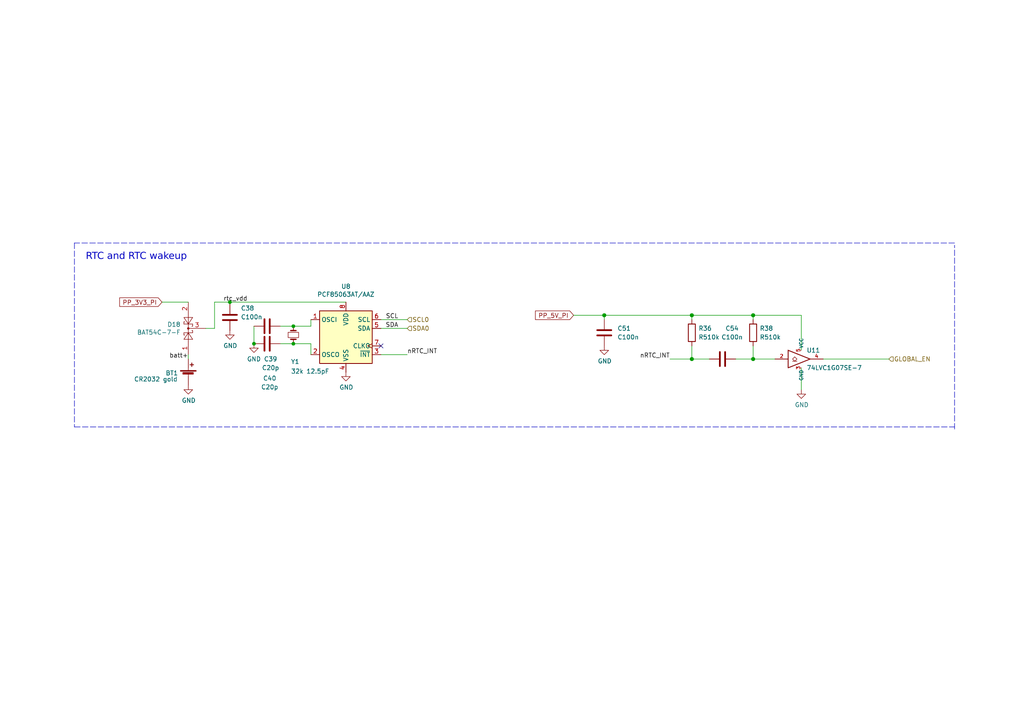
<source format=kicad_sch>
(kicad_sch (version 20231120) (generator "eeschema") (generator_version "8.0")
  (paper "A4")
  (title_block (title "Reference RTC Block") (date "2025-02-17") (rev "2.0") (comment 1 "Matthew Guo") (comment 2 "matthew@paisleymicro.com") (comment 3 "Matthew Guo") (comment 4 "matthew@paisleymicro.com") (comment 5 "Firefly-4") (comment 6 "PAISLEY-FC-4") (comment 7 "2025") (comment 8 "Firefly Automation Controller for RPi CM4"))
  (lib_symbols
    (symbol "CM4IO:74LVC1G07_copy"
      (property "Reference" "U" (at -2.54 3.81 0))
      (property "Value" "74LVC1G07_copy" (at 0 -3.81 0))
      (symbol "74LVC1G07_copy_0_1"
        (polyline (pts (xy -2.54 -0.635) (xy -1.27 -0.635)))
        (polyline (pts (xy -3.81 2.54) (xy -3.81 -2.54) (xy 2.54 0) (xy -3.81 2.54)) (stroke (width 0.254)))
        (polyline (pts (xy -1.905 0.635) (xy -2.54 0) (xy -1.905 -0.635) (xy -1.27 0) (xy -1.905 0.635)))
      )
      (symbol "74LVC1G07_copy_1_1"
        (pin input line (at -7.62 0 0) (length 3.81) (name "~") (number "2"))
        (pin power_in line (at 0 -2.54 270) (length 0) (name "GND") (number "3"))
        (pin open_collector line (at 6.35 0 180) (length 3.81) (name "~") (number "4"))
        (pin power_in line (at 0 2.54 90) (length 0) (name "VCC") (number "5"))
      )
    )
    (symbol "Device:Battery_Cell" (pin_numbers hide) (pin_names (offset 0) hide)
      (property "Reference" "BT1" (at 2.9972 2.4384 0))
      (property "Value" "MY-2032-08" (at 2.9972 0.127 0))
      (symbol "Battery_Cell_0_1"
        (rectangle (start -2.286 1.778) (end 2.286 1.524) (fill (type outline)))
        (rectangle (start -1.5748 1.1938) (end 1.4732 0.6858) (fill (type outline)))
        (polyline (pts (xy 0 0.762) (xy 0 0)))
        (polyline (pts (xy 0 1.778) (xy 0 2.54)))
        (polyline (pts (xy 0.508 3.429) (xy 1.524 3.429)) (stroke (width 0.254)))
        (polyline (pts (xy 1.016 3.937) (xy 1.016 2.921)) (stroke (width 0.254)))
      )
      (symbol "Battery_Cell_1_1"
        (pin passive line (at 0 5.08 270) (length 2.54) (name "+") (number "+"))
        (pin passive line (at 0 -2.54 90) (length 2.54) (name "-") (number "-"))
      )
    )
    (symbol "Device:C" (pin_numbers hide) (pin_names (offset 0.254))
      (property "Reference" "C" (at 0.635 2.54 0))
      (property "Value" "C" (at 0.635 -2.54 0))
      (symbol "C_0_1"
        (polyline (pts (xy -2.032 -0.762) (xy 2.032 -0.762)) (stroke (width 0.508)))
        (polyline (pts (xy -2.032 0.762) (xy 2.032 0.762)) (stroke (width 0.508)))
      )
      (symbol "C_1_1"
        (pin passive line (at 0 3.81 270) (length 2.794) (name "~") (number "1"))
        (pin passive line (at 0 -3.81 90) (length 2.794) (name "~") (number "2"))
      )
    )
    (symbol "Device:Crystal_Small" (pin_numbers hide) (pin_names hide)
      (property "Reference" "Y" (at 0 2.54 0))
      (property "Value" "Crystal_Small" (at 0 -2.54 0))
      (symbol "Crystal_Small_0_1"
        (rectangle (start -0.762 -1.524) (end 0.762 1.524))
        (polyline (pts (xy -1.27 -0.762) (xy -1.27 0.762)) (stroke (width 0.381)))
        (polyline (pts (xy 1.27 -0.762) (xy 1.27 0.762)) (stroke (width 0.381)))
      )
      (symbol "Crystal_Small_1_1"
        (pin passive line (at -2.54 0 0) (length 1.27) (name "1") (number "1"))
        (pin passive line (at 2.54 0 180) (length 1.27) (name "2") (number "2"))
      )
    )
    (symbol "Device:R" (pin_numbers hide) (pin_names (offset 0))
      (property "Reference" "R" (at 2.032 0 90))
      (property "Value" "R" (at 0 0 90))
      (symbol "R_0_1"
        (rectangle (start -1.016 -2.54) (end 1.016 2.54) (stroke (width 0.254)))
      )
      (symbol "R_1_1"
        (pin passive line (at 0 3.81 270) (length 1.27) (name "~") (number "1"))
        (pin passive line (at 0 -3.81 90) (length 1.27) (name "~") (number "2"))
      )
    )
    (symbol "Diode:BAT54C"
      (property "Reference" "D" (at 0.635 -3.81 0))
      (property "Value" "BAT54C" (at -6.35 3.175 0))
      (symbol "BAT54C_0_1"
        (polyline (pts (xy -1.905 0) (xy 1.905 0)))
        (polyline (pts (xy -1.905 1.27) (xy -1.905 1.016)))
        (polyline (pts (xy -1.27 -1.27) (xy -0.635 -1.27)))
        (polyline (pts (xy -1.27 0) (xy -3.81 0)))
        (polyline (pts (xy -1.27 1.27) (xy -1.905 1.27)))
        (polyline (pts (xy -1.27 1.27) (xy -1.27 -1.27)))
        (polyline (pts (xy -0.635 -1.27) (xy -0.635 -1.016)))
        (polyline (pts (xy 0.635 -1.27) (xy 0.635 -1.016)))
        (polyline (pts (xy 1.27 -1.27) (xy 0.635 -1.27)))
        (polyline (pts (xy 1.27 1.27) (xy 1.27 -1.27)))
        (polyline (pts (xy 1.27 1.27) (xy 1.905 1.27)))
        (polyline (pts (xy 1.905 1.27) (xy 1.905 1.016)))
        (polyline (pts (xy 3.81 0) (xy 1.27 0)))
        (polyline (pts (xy -3.175 -1.27) (xy -3.175 1.27) (xy -1.27 0) (xy -3.175 -1.27)))
        (polyline (pts (xy 3.175 -1.27) (xy 3.175 1.27) (xy 1.27 0) (xy 3.175 -1.27)))
        (circle (center 0 0) (radius 0.254) (fill (type outline)))
      )
      (symbol "BAT54C_1_1"
        (pin passive line (at -7.62 0 0) (length 3.81) (name "~") (number "1"))
        (pin passive line (at 7.62 0 180) (length 3.81) (name "~") (number "2"))
        (pin passive line (at 0 -5.08 90) (length 5.08) (name "~") (number "3"))
      )
    )
    (symbol "Timer_RTC:PCF8563T"
      (property "Reference" "U" (at -7.62 8.89 0))
      (property "Value" "PCF8563T" (at 2.54 8.89 0))
      (symbol "PCF8563T_0_1"
        (rectangle (start -7.62 7.62) (end 7.62 -7.62) (stroke (width 0.254)) (fill (type background)))
      )
      (symbol "PCF8563T_1_1"
        (pin input line (at -10.16 5.08 0) (length 2.54) (name "OSCI") (number "1"))
        (pin output line (at -10.16 -5.08 0) (length 2.54) (name "OSCO") (number "2"))
        (pin output line (at 10.16 -5.08 180) (length 2.54) (name "~{INT}") (number "3"))
        (pin power_in line (at 0 -10.16 90) (length 2.54) (name "VSS") (number "4"))
        (pin bidirectional line (at 10.16 2.54 180) (length 2.54) (name "SDA") (number "5"))
        (pin input line (at 10.16 5.08 180) (length 2.54) (name "SCL") (number "6"))
        (pin output clock (at 10.16 -2.54 180) (length 2.54) (name "CLKO") (number "7"))
        (pin power_in line (at 0 10.16 270) (length 2.54) (name "VDD") (number "8"))
      )
    )
    (symbol "power:GND" (power) (pin_names (offset 0))
      (property "Value" "GND" (at 0 -3.81 0))
      (symbol "GND_0_1"
        (polyline (pts (xy 0 0) (xy 0 -1.27) (xy 1.27 -1.27) (xy 0 -2.54) (xy -1.27 -1.27) (xy 0 -1.27)))
      )
      (symbol "GND_1_1"
        (pin power_in line (at 0 0 270) (length 0) hide (name "GND") (number "1"))
      )
    )
  )
  (junction (at 85.09 94.615))
  (junction (at 200.66 104.14) (diameter 1.016))
  (junction (at 66.675 87.63))
  (junction (at 200.66 91.44) (diameter 1.016))
  (junction (at 73.66 99.695))
  (junction (at 85.09 99.695))
  (junction (at 218.44 91.44) (diameter 1.016))
  (junction (at 218.44 104.14) (diameter 1.016))
  (junction (at 175.26 91.44) (diameter 1.016))
  (no_connect (at 110.49 100.33))
  (wire (pts (xy 90.17 99.695) (xy 90.17 102.87)))
  (wire (pts (xy 200.66 91.44) (xy 218.44 91.44)))
  (wire (pts (xy 166.37 91.44) (xy 175.26 91.44)))
  (wire (pts (xy 218.44 104.14) (xy 218.44 100.33)))
  (wire (pts (xy 218.44 91.44) (xy 218.44 92.71)))
  (polyline (pts (xy 276.86 70.485) (xy 21.59 70.485)) (stroke (width 0) (type dash)))
  (wire (pts (xy 110.49 102.87) (xy 118.11 102.87)))
  (wire (pts (xy 54.61 102.87) (xy 54.61 104.14)))
  (wire (pts (xy 90.17 92.71) (xy 90.17 94.615)))
  (wire (pts (xy 232.41 91.44) (xy 232.41 101.6)))
  (wire (pts (xy 218.44 91.44) (xy 232.41 91.44)))
  (wire (pts (xy 66.675 87.63) (xy 66.675 88.265)))
  (wire (pts (xy 200.66 104.14) (xy 200.66 100.33)))
  (wire (pts (xy 73.66 94.615) (xy 73.66 99.695)))
  (wire (pts (xy 90.17 94.615) (xy 85.09 94.615)))
  (wire (pts (xy 175.26 92.71) (xy 175.26 91.44)))
  (wire (pts (xy 85.09 99.695) (xy 81.28 99.695)))
  (wire (pts (xy 118.11 95.25) (xy 110.49 95.25)))
  (wire (pts (xy 218.44 104.14) (xy 224.79 104.14)))
  (wire (pts (xy 46.99 87.63) (xy 54.61 87.63)))
  (wire (pts (xy 213.36 104.14) (xy 218.44 104.14)))
  (wire (pts (xy 81.28 94.615) (xy 85.09 94.615)))
  (wire (pts (xy 66.675 87.63) (xy 100.33 87.63)))
  (wire (pts (xy 232.41 106.68) (xy 232.41 113.03)))
  (wire (pts (xy 118.11 92.71) (xy 110.49 92.71)))
  (wire (pts (xy 62.23 87.63) (xy 66.675 87.63)))
  (polyline (pts (xy 21.59 123.825) (xy 276.86 123.825)) (stroke (width 0) (type dash)))
  (polyline (pts (xy 276.86 124.46) (xy 276.86 71.12)) (stroke (width 0) (type dash)))
  (wire (pts (xy 62.23 95.25) (xy 62.23 87.63)))
  (wire (pts (xy 90.17 99.695) (xy 85.09 99.695)))
  (polyline (pts (xy 21.59 70.485) (xy 21.59 123.825)) (stroke (width 0) (type dash)))
  (wire (pts (xy 59.69 95.25) (xy 62.23 95.25)))
  (wire (pts (xy 200.66 104.14) (xy 205.74 104.14)))
  (wire (pts (xy 194.31 104.14) (xy 200.66 104.14)))
  (wire (pts (xy 238.76 104.14) (xy 257.81 104.14)))
  (wire (pts (xy 175.26 91.44) (xy 200.66 91.44)))
  (wire (pts (xy 200.66 91.44) (xy 200.66 92.71)))
  (text "RTC and RTC wakeup" (at 24.892 76.2 0) (effects (font (size 2.0066 2.0066)) (justify left bottom)))
  (label "batt+" (at 54.61 104.14 180))
  (label "rtc_vdd" (at 64.77 87.63 0))
  (label "nRTC_INT" (at 118.11 102.87 0))
  (label "SDA" (at 115.57 95.25 180))
  (label "nRTC_INT" (at 194.31 104.14 180))
  (label "SCL" (at 115.57 92.71 180))
  (global_label "PP_3V3_PI" (shape input) (at 46.99 87.63 180) (property "Intersheetrefs" "${INTERSHEET_REFS}" (effects (hide yes))))
  (global_label "PP_5V_PI" (shape input) (at 166.37 91.44 180) (property "Intersheetrefs" "${INTERSHEET_REFS}" (effects (hide yes))))
  (hierarchical_label "GLOBAL_EN" (shape input) (at 257.81 104.14 0))
  (hierarchical_label "SCL0" (shape input) (at 118.11 92.71 0))
  (hierarchical_label "SDA0" (shape input) (at 118.11 95.25 0))
  (symbol (lib_id "power:GND") (at 66.675 95.885 0) (unit 1)
    (property "Reference" "#PWR032" (effects (hide yes)))
    (property "Value" "GND" (at 66.802 100.2792 0))
  )
  (symbol (lib_id "Diode:BAT54C") (at 54.61 95.25 90) (unit 1)
    (property "Reference" "D18" (at 52.4002 94.107 90) (effects (justify left)))
    (property "Value" "BAT54C-7-F" (at 52.4002 96.393 90) (effects (justify left)))
    (property "Footprint" "Package_TO_SOT_SMD:SOT-23" (effects (hide yes)))
  )
  (symbol (lib_id "Device:Crystal_Small") (at 85.09 97.155 270) (mirror x) (unit 1)
    (property "Reference" "Y1" (at 86.868 104.902 90) (effects (justify right)))
    (property "Value" "32k 12.5pF" (at 95.504 107.696 90) (effects (justify right)))
    (property "Footprint" "Crystal:Crystal_SMD_3215-2Pin_3.2x1.5mm" (effects (hide yes)))
  )
  (symbol (lib_id "Device:C") (at 209.55 104.14 90) (unit 1)
    (property "Reference" "C54" (at 212.344 95.25 90))
    (property "Value" "C100n" (at 212.344 97.79 90))
    (property "Footprint" "Capacitor_SMD:C_0402_1005Metric" (effects (hide yes)))
  )
  (symbol (lib_id "CM4IO:74LVC1G07_copy") (at 232.41 104.14 0) (unit 1)
    (property "Reference" "U11" (at 233.934 101.6 0) (effects (justify left)))
    (property "Value" "74LVC1G07SE-7" (at 233.934 106.68 0) (effects (justify left)))
    (property "Footprint" "Package_TO_SOT_SMD:SOT-353_SC-70-5" (effects (hide yes)))
  )
  (symbol (lib_id "power:GND") (at 175.26 100.33 0) (unit 1)
    (property "Reference" "#PWR038" (effects (hide yes)))
    (property "Value" "GND" (at 175.387 104.7242 0))
  )
  (symbol (lib_id "Device:C") (at 77.47 99.695 270) (mirror x) (unit 1)
    (property "Reference" "C40" (at 78.232 109.728 90))
    (property "Value" "C20p" (at 78.232 112.268 90))
    (property "Footprint" "Capacitor_SMD:C_0402_1005Metric" (effects (hide yes)))
  )
  (symbol (lib_id "Device:C") (at 175.26 96.52 180) (unit 1)
    (property "Reference" "C51" (at 179.07 95.25 0) (effects (justify right)))
    (property "Value" "C100n" (at 179.07 97.79 0) (effects (justify right)))
    (property "Footprint" "Capacitor_SMD:C_0402_1005Metric" (effects (hide yes)))
  )
  (symbol (lib_id "power:GND") (at 73.66 99.695 0) (unit 1)
    (property "Reference" "#PWR033" (effects (hide yes)))
    (property "Value" "GND" (at 73.66 104.14 0))
  )
  (symbol (lib_id "Device:R") (at 200.66 96.52 0) (unit 1)
    (property "Reference" "R36" (at 202.565 95.25 0) (effects (justify left)))
    (property "Value" "R510k" (at 202.565 97.79 0) (effects (justify left)))
    (property "Footprint" "Resistor_SMD:R_0402_1005Metric" (effects (hide yes)))
  )
  (symbol (lib_id "power:GND") (at 100.33 107.95 0) (unit 1)
    (property "Reference" "#PWR036" (effects (hide yes)))
    (property "Value" "GND" (at 100.457 112.3442 0))
  )
  (symbol (lib_id "Device:R") (at 218.44 96.52 0) (unit 1)
    (property "Reference" "R38" (at 220.345 95.25 0) (effects (justify left)))
    (property "Value" "R510k" (at 220.345 97.79 0) (effects (justify left)))
    (property "Footprint" "Resistor_SMD:R_0402_1005Metric" (effects (hide yes)))
  )
  (symbol (lib_id "Device:C") (at 66.675 92.075 0) (unit 1)
    (property "Reference" "C38" (at 69.85 89.408 0) (effects (justify left)))
    (property "Value" "C100n" (at 69.85 91.948 0) (effects (justify left)))
    (property "Footprint" "Capacitor_SMD:C_0402_1005Metric" (effects (hide yes)))
  )
  (symbol (lib_id "Timer_RTC:PCF8563T") (at 100.33 97.79 0) (unit 1)
    (property "Reference" "U8" (at 100.33 83.0834 0))
    (property "Value" "PCF85063AT/AAZ" (at 100.33 85.3948 0))
    (property "Footprint" "Package_SO:SOIC-8_3.9x4.9mm_P1.27mm" (effects (hide yes)))
  )
  (symbol (lib_id "power:GND") (at 54.61 111.76 0) (unit 1)
    (property "Reference" "#PWR031" (effects (hide yes)))
    (property "Value" "GND" (at 54.737 116.1542 0))
  )
  (symbol (lib_id "power:GND") (at 232.41 113.03 0) (unit 1)
    (property "Reference" "#PWR042" (effects (hide yes)))
    (property "Value" "GND" (at 232.537 117.4242 0))
  )
  (symbol (lib_id "Device:C") (at 77.47 94.615 270) (mirror x) (unit 1)
    (property "Reference" "C39" (at 78.486 104.14 90))
    (property "Value" "C20p" (at 78.486 106.68 90))
    (property "Footprint" "Capacitor_SMD:C_0402_1005Metric" (effects (hide yes)))
  )
  (symbol (lib_id "Device:Battery_Cell") (at 54.61 109.22 0) (unit 1)
    (property "Reference" "BT1" (at 48.006 108.204 0) (effects (justify left)))
    (property "Value" "CR2032 gold" (at 38.862 109.982 0) (effects (justify left)))
    (property "Footprint" "BS-08-B2AA001" (effects (hide yes)))
  )
)
</source>
